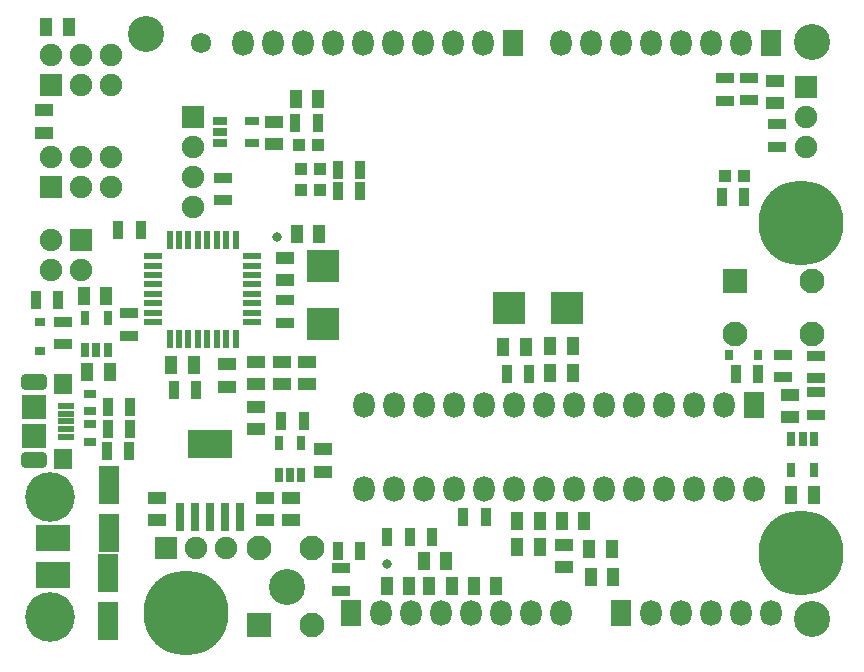
<source format=gts>
G04*
G04 #@! TF.GenerationSoftware,Altium Limited,Altium Designer,20.0.13 (296)*
G04*
G04 Layer_Color=8388736*
%FSLAX44Y44*%
%MOMM*%
G71*
G01*
G75*
%ADD20R,1.9000X1.9000*%
%ADD34R,1.8000X3.2000*%
%ADD35C,3.0480*%
%ADD36R,1.3000X0.8000*%
%ADD37R,0.8000X1.3000*%
%ADD38R,2.8000X2.7000*%
%ADD39R,2.7000X2.8000*%
%ADD40R,1.4500X0.5000*%
%ADD41R,1.6000X1.8000*%
%ADD42R,2.1000X2.1000*%
%ADD43R,2.9000X2.2000*%
%ADD44R,0.5805X1.5305*%
%ADD45R,1.5305X0.5805*%
%ADD46R,0.7588X0.8858*%
%ADD47R,0.8858X0.7588*%
%ADD48R,1.0000X1.0000*%
%ADD49R,1.5000X0.9000*%
%ADD50R,0.9000X1.5000*%
%ADD51R,1.1000X0.8000*%
%ADD52R,1.5000X1.1000*%
%ADD53R,1.1000X1.5000*%
%ADD54R,3.7000X2.4000*%
%ADD55R,0.8000X2.4000*%
%ADD56C,1.7240*%
%ADD57C,7.2000*%
%ADD58R,1.8000X2.2000*%
%ADD59O,1.8000X2.2000*%
%ADD60C,4.2000*%
G04:AMPARAMS|DCode=61|XSize=2.2mm|YSize=1.4mm|CornerRadius=0.4mm|HoleSize=0mm|Usage=FLASHONLY|Rotation=0.000|XOffset=0mm|YOffset=0mm|HoleType=Round|Shape=RoundedRectangle|*
%AMROUNDEDRECTD61*
21,1,2.2000,0.6000,0,0,0.0*
21,1,1.4000,1.4000,0,0,0.0*
1,1,0.8000,0.7000,-0.3000*
1,1,0.8000,-0.7000,-0.3000*
1,1,0.8000,-0.7000,0.3000*
1,1,0.8000,0.7000,0.3000*
%
%ADD61ROUNDEDRECTD61*%
%ADD62C,1.9000*%
%ADD63R,1.9000X1.9000*%
%ADD64C,2.1000*%
%ADD65R,2.1000X2.1000*%
%ADD66C,0.8000*%
D20*
X146000Y446000D02*
D03*
X665000Y471400D02*
D03*
D34*
X74000Y60000D02*
D03*
Y19000D02*
D03*
X75000Y134500D02*
D03*
Y93500D02*
D03*
D35*
X106000Y516000D02*
D03*
X670000Y509000D02*
D03*
Y21000D02*
D03*
X225000Y48000D02*
D03*
D36*
X168500Y442500D02*
D03*
Y433000D02*
D03*
Y423500D02*
D03*
X195500Y442500D02*
D03*
Y423500D02*
D03*
D37*
X671500Y173500D02*
D03*
X662000D02*
D03*
X652500D02*
D03*
X671500Y146500D02*
D03*
X652500D02*
D03*
X218500Y142500D02*
D03*
X228000D02*
D03*
X237500D02*
D03*
X218500Y169500D02*
D03*
X237500D02*
D03*
X54500Y248500D02*
D03*
X64000D02*
D03*
X73500D02*
D03*
X54500Y275500D02*
D03*
X73500D02*
D03*
D38*
X256000Y319500D02*
D03*
Y270500D02*
D03*
D39*
X413500Y284000D02*
D03*
X462500D02*
D03*
D40*
X38000Y201000D02*
D03*
Y194500D02*
D03*
Y188000D02*
D03*
Y181500D02*
D03*
Y175000D02*
D03*
D41*
X35750Y220000D02*
D03*
Y156000D02*
D03*
D42*
X11250Y200000D02*
D03*
Y176000D02*
D03*
X202000Y16000D02*
D03*
D43*
X27000Y89000D02*
D03*
Y58000D02*
D03*
D44*
X182000Y258000D02*
D03*
X174000D02*
D03*
X166000D02*
D03*
X158000D02*
D03*
X150000D02*
D03*
X142000D02*
D03*
X134000D02*
D03*
X126000D02*
D03*
Y342000D02*
D03*
X134000D02*
D03*
X142000D02*
D03*
X150000D02*
D03*
X158000D02*
D03*
X166000D02*
D03*
X174000D02*
D03*
X182000D02*
D03*
D45*
X112000Y272000D02*
D03*
Y280000D02*
D03*
Y288000D02*
D03*
Y296000D02*
D03*
Y304000D02*
D03*
Y312000D02*
D03*
Y320000D02*
D03*
Y328000D02*
D03*
X196000D02*
D03*
Y320000D02*
D03*
Y312000D02*
D03*
Y304000D02*
D03*
Y296000D02*
D03*
Y288000D02*
D03*
Y280000D02*
D03*
Y272000D02*
D03*
D46*
X599808Y244000D02*
D03*
X624192D02*
D03*
D47*
X16000Y272192D02*
D03*
Y247808D02*
D03*
D48*
X237000Y402000D02*
D03*
X253000D02*
D03*
X237000Y384000D02*
D03*
X253000D02*
D03*
X236000Y422000D02*
D03*
X252000D02*
D03*
X596000Y396000D02*
D03*
X612000D02*
D03*
D49*
X171000Y394500D02*
D03*
Y375500D02*
D03*
X92000Y260500D02*
D03*
Y279500D02*
D03*
X224000Y290500D02*
D03*
Y271500D02*
D03*
X617000Y479000D02*
D03*
Y460000D02*
D03*
X596000Y459500D02*
D03*
Y478500D02*
D03*
X640000Y439500D02*
D03*
Y420500D02*
D03*
X673000Y193500D02*
D03*
Y212500D02*
D03*
Y224500D02*
D03*
Y243500D02*
D03*
X271000Y63500D02*
D03*
Y44500D02*
D03*
X645000Y225500D02*
D03*
Y244500D02*
D03*
X36000Y272500D02*
D03*
Y253500D02*
D03*
D50*
X268500Y401000D02*
D03*
X287500D02*
D03*
Y383000D02*
D03*
X268500D02*
D03*
X129500Y215000D02*
D03*
X148500D02*
D03*
X101500Y350000D02*
D03*
X82500D02*
D03*
X73000Y163000D02*
D03*
X92000D02*
D03*
X73500Y200000D02*
D03*
X92500D02*
D03*
Y182000D02*
D03*
X73500D02*
D03*
X348500Y90000D02*
D03*
X329500D02*
D03*
X310500D02*
D03*
X329500D02*
D03*
X393500Y107000D02*
D03*
X374500D02*
D03*
X605500Y228000D02*
D03*
X624500D02*
D03*
X411500D02*
D03*
X430500D02*
D03*
X232500Y441000D02*
D03*
X251500D02*
D03*
X612500Y378000D02*
D03*
X593500D02*
D03*
X12500Y291000D02*
D03*
X31500D02*
D03*
X268500Y78000D02*
D03*
X287500D02*
D03*
X239500Y188000D02*
D03*
X220500D02*
D03*
D51*
X59000Y185500D02*
D03*
Y170500D02*
D03*
Y196500D02*
D03*
Y211500D02*
D03*
D52*
X221000Y219500D02*
D03*
Y238500D02*
D03*
X199000Y219500D02*
D03*
Y238500D02*
D03*
X224000Y307500D02*
D03*
Y326500D02*
D03*
X175000Y217500D02*
D03*
Y236500D02*
D03*
X20000Y451500D02*
D03*
Y432500D02*
D03*
X242000Y219500D02*
D03*
Y238500D02*
D03*
X639000Y476500D02*
D03*
Y457500D02*
D03*
X207000Y104500D02*
D03*
Y123500D02*
D03*
X115000Y104500D02*
D03*
Y123500D02*
D03*
X214000Y422500D02*
D03*
Y441500D02*
D03*
X256000Y145500D02*
D03*
Y164500D02*
D03*
X651000Y191500D02*
D03*
Y210500D02*
D03*
X229000Y104500D02*
D03*
Y123500D02*
D03*
X199000Y181500D02*
D03*
Y200500D02*
D03*
X460000Y64500D02*
D03*
Y83500D02*
D03*
D53*
X146500Y236000D02*
D03*
X127500D02*
D03*
X233500Y347000D02*
D03*
X252500D02*
D03*
X40500Y522000D02*
D03*
X21500D02*
D03*
X252000Y461000D02*
D03*
X233000D02*
D03*
X448500Y229000D02*
D03*
X467500D02*
D03*
X481500Y80000D02*
D03*
X500500D02*
D03*
X402500Y49000D02*
D03*
X383500D02*
D03*
X329000D02*
D03*
X310000D02*
D03*
X365000D02*
D03*
X346000D02*
D03*
X360000Y70000D02*
D03*
X341000D02*
D03*
X439500Y82000D02*
D03*
X420500D02*
D03*
X439500Y104000D02*
D03*
X420500D02*
D03*
X477000D02*
D03*
X458000D02*
D03*
X467500Y252000D02*
D03*
X448500D02*
D03*
X408500Y251000D02*
D03*
X427500D02*
D03*
X671500Y126000D02*
D03*
X652500D02*
D03*
X72500Y294000D02*
D03*
X53500D02*
D03*
X75500Y230000D02*
D03*
X56500D02*
D03*
X482500Y56000D02*
D03*
X501500D02*
D03*
D54*
X160000Y169000D02*
D03*
D55*
X185400Y107000D02*
D03*
X172700D02*
D03*
X160000D02*
D03*
X147300D02*
D03*
X134600D02*
D03*
D56*
X152400Y508000D02*
D03*
D57*
X139700Y25400D02*
D03*
X660400Y76200D02*
D03*
Y355600D02*
D03*
D58*
X416560Y508000D02*
D03*
X279400Y25400D02*
D03*
X635000Y508000D02*
D03*
X508000Y25400D02*
D03*
X620650Y201930D02*
D03*
D59*
X391160Y508000D02*
D03*
X365760D02*
D03*
X340360D02*
D03*
X314960D02*
D03*
X289560D02*
D03*
X264160D02*
D03*
X238760D02*
D03*
X213360D02*
D03*
X187960D02*
D03*
X457200Y25400D02*
D03*
X431800D02*
D03*
X406400D02*
D03*
X381000D02*
D03*
X355600D02*
D03*
X330200D02*
D03*
X304800D02*
D03*
X457200Y508000D02*
D03*
X482600D02*
D03*
X508000D02*
D03*
X533400D02*
D03*
X558800D02*
D03*
X584200D02*
D03*
X609600D02*
D03*
X533400Y25400D02*
D03*
X558800D02*
D03*
X584200D02*
D03*
X609600D02*
D03*
X635000D02*
D03*
X595250Y201930D02*
D03*
X569850D02*
D03*
X544450D02*
D03*
X519050D02*
D03*
X493650D02*
D03*
X468250D02*
D03*
X442850D02*
D03*
X417450D02*
D03*
X392050D02*
D03*
X366650D02*
D03*
X341250D02*
D03*
X315850D02*
D03*
X290450D02*
D03*
X620650Y130970D02*
D03*
X595250D02*
D03*
X569850D02*
D03*
X544450D02*
D03*
X519050D02*
D03*
X493650D02*
D03*
X468250D02*
D03*
X442850D02*
D03*
X417450D02*
D03*
X392050D02*
D03*
X366650D02*
D03*
X341250D02*
D03*
X315850D02*
D03*
X290450D02*
D03*
D60*
X25000Y22000D02*
D03*
Y124000D02*
D03*
D61*
X11250Y221000D02*
D03*
Y155000D02*
D03*
D62*
X76200Y411480D02*
D03*
X50800D02*
D03*
X25400D02*
D03*
X76200Y386080D02*
D03*
X50800D02*
D03*
X76200Y497840D02*
D03*
X50800D02*
D03*
X25400D02*
D03*
X76200Y472440D02*
D03*
X50800D02*
D03*
X25400Y341998D02*
D03*
X50800Y316598D02*
D03*
X25400D02*
D03*
X146000Y369800D02*
D03*
Y395200D02*
D03*
Y420600D02*
D03*
X665000Y446000D02*
D03*
Y420600D02*
D03*
X148000Y81000D02*
D03*
X173400D02*
D03*
D63*
X25400Y386080D02*
D03*
Y472440D02*
D03*
X50800Y341998D02*
D03*
X122600Y81000D02*
D03*
D64*
X670000Y307000D02*
D03*
Y262000D02*
D03*
X605000D02*
D03*
X202000Y81000D02*
D03*
X247000D02*
D03*
Y16000D02*
D03*
D65*
X605000Y307000D02*
D03*
D66*
X310050Y67050D02*
D03*
X217000Y344000D02*
D03*
M02*

</source>
